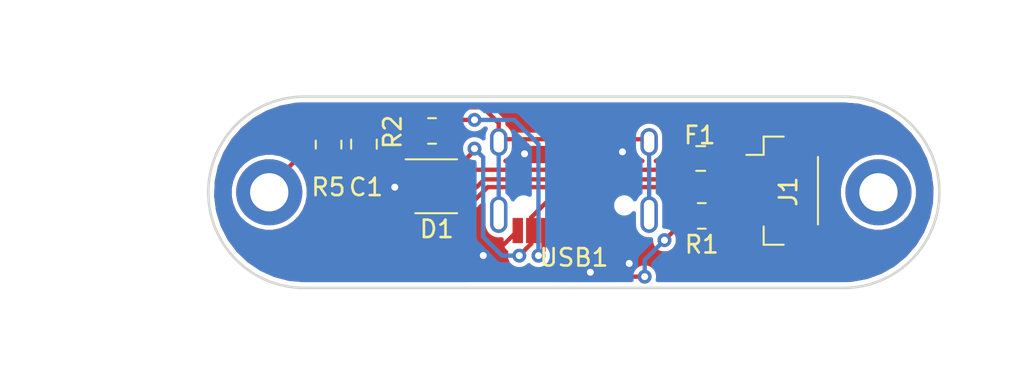
<source format=kicad_pcb>
(kicad_pcb (version 20171130) (host pcbnew 5.1.10-88a1d61d58~90~ubuntu20.04.1)

  (general
    (thickness 1.6)
    (drawings 7)
    (tracks 114)
    (zones 0)
    (modules 10)
    (nets 12)
  )

  (page A4)
  (layers
    (0 F.Cu signal)
    (31 B.Cu signal)
    (32 B.Adhes user)
    (33 F.Adhes user)
    (34 B.Paste user)
    (35 F.Paste user)
    (36 B.SilkS user)
    (37 F.SilkS user)
    (38 B.Mask user)
    (39 F.Mask user)
    (40 Dwgs.User user)
    (41 Cmts.User user)
    (42 Eco1.User user)
    (43 Eco2.User user)
    (44 Edge.Cuts user)
    (45 Margin user)
    (46 B.CrtYd user)
    (47 F.CrtYd user)
    (48 B.Fab user)
    (49 F.Fab user)
  )

  (setup
    (last_trace_width 0.25)
    (trace_clearance 0.2)
    (zone_clearance 0.254)
    (zone_45_only no)
    (trace_min 0.2)
    (via_size 0.8)
    (via_drill 0.4)
    (via_min_size 0.4)
    (via_min_drill 0.3)
    (uvia_size 0.3)
    (uvia_drill 0.1)
    (uvias_allowed no)
    (uvia_min_size 0.2)
    (uvia_min_drill 0.1)
    (edge_width 0.15)
    (segment_width 0.2)
    (pcb_text_width 0.3)
    (pcb_text_size 1.5 1.5)
    (mod_edge_width 0.12)
    (mod_text_size 1 1)
    (mod_text_width 0.15)
    (pad_size 1.524 1.524)
    (pad_drill 0.762)
    (pad_to_mask_clearance 0)
    (aux_axis_origin 0 0)
    (grid_origin 78.987 57.972)
    (visible_elements 7FFFFFFF)
    (pcbplotparams
      (layerselection 0x010fc_ffffffff)
      (usegerberextensions false)
      (usegerberattributes true)
      (usegerberadvancedattributes true)
      (creategerberjobfile true)
      (excludeedgelayer true)
      (linewidth 0.100000)
      (plotframeref false)
      (viasonmask false)
      (mode 1)
      (useauxorigin false)
      (hpglpennumber 1)
      (hpglpenspeed 20)
      (hpglpendiameter 15.000000)
      (psnegative false)
      (psa4output false)
      (plotreference true)
      (plotvalue true)
      (plotinvisibletext false)
      (padsonsilk false)
      (subtractmaskfromsilk false)
      (outputformat 1)
      (mirror false)
      (drillshape 0)
      (scaleselection 1)
      (outputdirectory "../production/single/gerbers/"))
  )

  (net 0 "")
  (net 1 Earth)
  (net 2 VCC)
  (net 3 +5V)
  (net 4 GND)
  (net 5 D+)
  (net 6 D-)
  (net 7 "Net-(R1-Pad2)")
  (net 8 "Net-(R2-Pad2)")
  (net 9 "Net-(USB1-Pad3)")
  (net 10 "Net-(USB1-Pad9)")
  (net 11 "Net-(H1-Pad1)")

  (net_class Default "This is the default net class."
    (clearance 0.2)
    (trace_width 0.25)
    (via_dia 0.8)
    (via_drill 0.4)
    (uvia_dia 0.3)
    (uvia_drill 0.1)
    (add_net +5V)
    (add_net D+)
    (add_net D-)
    (add_net Earth)
    (add_net GND)
    (add_net "Net-(H1-Pad1)")
    (add_net "Net-(R1-Pad2)")
    (add_net "Net-(R2-Pad2)")
    (add_net "Net-(USB1-Pad3)")
    (add_net "Net-(USB1-Pad9)")
    (add_net VCC)
  )

  (module MountingHole:MountingHole_2.2mm_M2_DIN965_Pad (layer F.Cu) (tedit 56D1B4CB) (tstamp 6087AB7B)
    (at 61.487 63.472)
    (descr "Mounting Hole 2.2mm, M2, DIN965")
    (tags "mounting hole 2.2mm m2 din965")
    (path /609395BB)
    (attr virtual)
    (fp_text reference H2 (at 0 -2.9) (layer Cmts.User)
      (effects (font (size 1 1) (thickness 0.15)))
    )
    (fp_text value MountingHole_Pad (at 0 2.9) (layer F.Fab)
      (effects (font (size 1 1) (thickness 0.15)))
    )
    (fp_circle (center 0 0) (end 1.9 0) (layer Cmts.User) (width 0.15))
    (fp_circle (center 0 0) (end 2.15 0) (layer F.CrtYd) (width 0.05))
    (fp_text user %R (at 0.3 0) (layer F.Fab)
      (effects (font (size 1 1) (thickness 0.15)))
    )
    (pad 1 thru_hole circle (at 0 0) (size 3.8 3.8) (drill 2.2) (layers *.Cu *.Mask)
      (net 1 Earth))
  )

  (module MountingHole:MountingHole_2.2mm_M2_DIN965_Pad locked (layer F.Cu) (tedit 56D1B4CB) (tstamp 6087AC21)
    (at 96.487 63.472)
    (descr "Mounting Hole 2.2mm, M2, DIN965")
    (tags "mounting hole 2.2mm m2 din965")
    (path /609382DF)
    (attr virtual)
    (fp_text reference H1 (at 0 -2.9) (layer Cmts.User)
      (effects (font (size 1 1) (thickness 0.15)))
    )
    (fp_text value MountingHole_Pad (at 0 2.9) (layer F.Fab)
      (effects (font (size 1 1) (thickness 0.15)))
    )
    (fp_circle (center 0 0) (end 1.9 0) (layer Cmts.User) (width 0.15))
    (fp_circle (center 0 0) (end 2.15 0) (layer F.CrtYd) (width 0.05))
    (fp_text user %R (at 0.3 0) (layer F.Fab)
      (effects (font (size 1 1) (thickness 0.15)))
    )
    (pad 1 thru_hole circle (at 0 0) (size 3.8 3.8) (drill 2.2) (layers *.Cu *.Mask)
      (net 11 "Net-(H1-Pad1)"))
  )

  (module Connector_JST:JST_SH_BM04B-SRSS-TB_1x04-1MP_P1.00mm_Vertical (layer F.Cu) (tedit 5B78AD87) (tstamp 60879616)
    (at 91.002 63.379 270)
    (descr "JST SH series connector, BM04B-SRSS-TB (http://www.jst-mfg.com/product/pdf/eng/eSH.pdf), generated with kicad-footprint-generator")
    (tags "connector JST SH side entry")
    (path /6089C9F1)
    (attr smd)
    (fp_text reference J1 (at 0.054 -0.304 90) (layer F.SilkS)
      (effects (font (size 1 1) (thickness 0.15)))
    )
    (fp_text value Conn_01x04 (at 0 3.3 90) (layer F.Fab)
      (effects (font (size 1 1) (thickness 0.15)))
    )
    (fp_line (start -3 1) (end 3 1) (layer F.Fab) (width 0.1))
    (fp_line (start -3.11 -0.04) (end -3.11 1.11) (layer F.SilkS) (width 0.12))
    (fp_line (start -3.11 1.11) (end -2.06 1.11) (layer F.SilkS) (width 0.12))
    (fp_line (start -2.06 1.11) (end -2.06 2.1) (layer F.SilkS) (width 0.12))
    (fp_line (start 3.11 -0.04) (end 3.11 1.11) (layer F.SilkS) (width 0.12))
    (fp_line (start 3.11 1.11) (end 2.06 1.11) (layer F.SilkS) (width 0.12))
    (fp_line (start -1.94 -2.01) (end 1.94 -2.01) (layer F.SilkS) (width 0.12))
    (fp_line (start -3 -1.9) (end 3 -1.9) (layer F.Fab) (width 0.1))
    (fp_line (start -3 1) (end -3 -1.9) (layer F.Fab) (width 0.1))
    (fp_line (start 3 1) (end 3 -1.9) (layer F.Fab) (width 0.1))
    (fp_line (start -1.65 -1.55) (end -1.65 -0.95) (layer F.Fab) (width 0.1))
    (fp_line (start -1.65 -0.95) (end -1.35 -0.95) (layer F.Fab) (width 0.1))
    (fp_line (start -1.35 -0.95) (end -1.35 -1.55) (layer F.Fab) (width 0.1))
    (fp_line (start -1.35 -1.55) (end -1.65 -1.55) (layer F.Fab) (width 0.1))
    (fp_line (start -0.65 -1.55) (end -0.65 -0.95) (layer F.Fab) (width 0.1))
    (fp_line (start -0.65 -0.95) (end -0.35 -0.95) (layer F.Fab) (width 0.1))
    (fp_line (start -0.35 -0.95) (end -0.35 -1.55) (layer F.Fab) (width 0.1))
    (fp_line (start -0.35 -1.55) (end -0.65 -1.55) (layer F.Fab) (width 0.1))
    (fp_line (start 0.35 -1.55) (end 0.35 -0.95) (layer F.Fab) (width 0.1))
    (fp_line (start 0.35 -0.95) (end 0.65 -0.95) (layer F.Fab) (width 0.1))
    (fp_line (start 0.65 -0.95) (end 0.65 -1.55) (layer F.Fab) (width 0.1))
    (fp_line (start 0.65 -1.55) (end 0.35 -1.55) (layer F.Fab) (width 0.1))
    (fp_line (start 1.35 -1.55) (end 1.35 -0.95) (layer F.Fab) (width 0.1))
    (fp_line (start 1.35 -0.95) (end 1.65 -0.95) (layer F.Fab) (width 0.1))
    (fp_line (start 1.65 -0.95) (end 1.65 -1.55) (layer F.Fab) (width 0.1))
    (fp_line (start 1.65 -1.55) (end 1.35 -1.55) (layer F.Fab) (width 0.1))
    (fp_line (start -3.9 -2.6) (end -3.9 2.6) (layer F.CrtYd) (width 0.05))
    (fp_line (start -3.9 2.6) (end 3.9 2.6) (layer F.CrtYd) (width 0.05))
    (fp_line (start 3.9 2.6) (end 3.9 -2.6) (layer F.CrtYd) (width 0.05))
    (fp_line (start 3.9 -2.6) (end -3.9 -2.6) (layer F.CrtYd) (width 0.05))
    (fp_line (start -2 1) (end -1.5 0.292893) (layer F.Fab) (width 0.1))
    (fp_line (start -1.5 0.292893) (end -1 1) (layer F.Fab) (width 0.1))
    (fp_text user %R (at 0 -0.25 90) (layer F.Fab)
      (effects (font (size 1 1) (thickness 0.15)))
    )
    (pad MP smd roundrect (at 2.8 -1.2 270) (size 1.2 1.8) (layers F.Cu F.Paste F.Mask) (roundrect_rratio 0.2083325))
    (pad MP smd roundrect (at -2.8 -1.2 270) (size 1.2 1.8) (layers F.Cu F.Paste F.Mask) (roundrect_rratio 0.2083325))
    (pad 4 smd roundrect (at 1.5 1.325 270) (size 0.6 1.55) (layers F.Cu F.Paste F.Mask) (roundrect_rratio 0.25)
      (net 4 GND))
    (pad 3 smd roundrect (at 0.5 1.325 270) (size 0.6 1.55) (layers F.Cu F.Paste F.Mask) (roundrect_rratio 0.25)
      (net 5 D+))
    (pad 2 smd roundrect (at -0.5 1.325 270) (size 0.6 1.55) (layers F.Cu F.Paste F.Mask) (roundrect_rratio 0.25)
      (net 6 D-))
    (pad 1 smd roundrect (at -1.5 1.325 270) (size 0.6 1.55) (layers F.Cu F.Paste F.Mask) (roundrect_rratio 0.25)
      (net 3 +5V))
    (model ${KIPRJMOD}/jst/JST_-_BM04B-SRSS-TBLFSN.step
      (offset (xyz 0 0.5 0))
      (scale (xyz 1 1 1))
      (rotate (xyz 0 0 0))
    )
  )

  (module Capacitor_SMD:C_0805_2012Metric (layer F.Cu) (tedit 5F68FEEE) (tstamp 6087800A)
    (at 66.929 60.706 270)
    (descr "Capacitor SMD 0805 (2012 Metric), square (rectangular) end terminal, IPC_7351 nominal, (Body size source: IPC-SM-782 page 76, https://www.pcb-3d.com/wordpress/wp-content/uploads/ipc-sm-782a_amendment_1_and_2.pdf, https://docs.google.com/spreadsheets/d/1BsfQQcO9C6DZCsRaXUlFlo91Tg2WpOkGARC1WS5S8t0/edit?usp=sharing), generated with kicad-footprint-generator")
    (tags capacitor)
    (path /608743C9)
    (attr smd)
    (fp_text reference C1 (at 2.473 -0.12 180) (layer F.SilkS)
      (effects (font (size 1 1) (thickness 0.15)))
    )
    (fp_text value 4.7n (at 0 1.68 90) (layer F.Fab)
      (effects (font (size 1 1) (thickness 0.15)))
    )
    (fp_line (start -1 0.625) (end -1 -0.625) (layer F.Fab) (width 0.1))
    (fp_line (start -1 -0.625) (end 1 -0.625) (layer F.Fab) (width 0.1))
    (fp_line (start 1 -0.625) (end 1 0.625) (layer F.Fab) (width 0.1))
    (fp_line (start 1 0.625) (end -1 0.625) (layer F.Fab) (width 0.1))
    (fp_line (start -0.261252 -0.735) (end 0.261252 -0.735) (layer F.SilkS) (width 0.12))
    (fp_line (start -0.261252 0.735) (end 0.261252 0.735) (layer F.SilkS) (width 0.12))
    (fp_line (start -1.7 0.98) (end -1.7 -0.98) (layer F.CrtYd) (width 0.05))
    (fp_line (start -1.7 -0.98) (end 1.7 -0.98) (layer F.CrtYd) (width 0.05))
    (fp_line (start 1.7 -0.98) (end 1.7 0.98) (layer F.CrtYd) (width 0.05))
    (fp_line (start 1.7 0.98) (end -1.7 0.98) (layer F.CrtYd) (width 0.05))
    (fp_text user %R (at 0 0 90) (layer F.Fab)
      (effects (font (size 0.5 0.5) (thickness 0.08)))
    )
    (pad 2 smd roundrect (at 0.95 0 270) (size 1 1.45) (layers F.Cu F.Paste F.Mask) (roundrect_rratio 0.25)
      (net 4 GND))
    (pad 1 smd roundrect (at -0.95 0 270) (size 1 1.45) (layers F.Cu F.Paste F.Mask) (roundrect_rratio 0.25)
      (net 1 Earth))
    (model ${KISYS3DMOD}/Capacitor_SMD.3dshapes/C_0805_2012Metric.wrl
      (at (xyz 0 0 0))
      (scale (xyz 1 1 1))
      (rotate (xyz 0 0 0))
    )
  )

  (module Type-C:HRO-TYPE-C-31-M-12-Assembly (layer F.Cu) (tedit 5C42C666) (tstamp 60876C4C)
    (at 78.992 57.979 180)
    (path /608E1765)
    (attr smd)
    (fp_text reference USB1 (at 0 -9.25) (layer F.SilkS)
      (effects (font (size 1 1) (thickness 0.15)))
    )
    (fp_text value HRO-TYPE-C-31-M-12 (at 0 1.15) (layer Dwgs.User)
      (effects (font (size 1 1) (thickness 0.15)))
    )
    (fp_line (start -4.47 -7.3) (end 4.47 -7.3) (layer Dwgs.User) (width 0.15))
    (fp_line (start 4.47 0) (end 4.47 -7.3) (layer Dwgs.User) (width 0.15))
    (fp_line (start -4.47 0) (end -4.47 -7.3) (layer Dwgs.User) (width 0.15))
    (fp_line (start -4.47 0) (end 4.47 0) (layer Dwgs.User) (width 0.15))
    (fp_line (start -4.5 -7.5) (end -3.75 -7.5) (layer F.CrtYd) (width 0.15))
    (fp_line (start 3.75 -7.5) (end 4.5 -7.5) (layer F.CrtYd) (width 0.15))
    (fp_line (start 4.5 -7.5) (end 4.5 0) (layer F.CrtYd) (width 0.15))
    (fp_line (start 4.5 0) (end -4.5 0) (layer F.CrtYd) (width 0.15))
    (fp_line (start -4.5 0) (end -4.5 -7.5) (layer F.CrtYd) (width 0.15))
    (fp_line (start -3.75 -7.5) (end -3.75 -8.5) (layer F.CrtYd) (width 0.15))
    (fp_line (start -3.75 -8.5) (end 3.75 -8.5) (layer F.CrtYd) (width 0.15))
    (fp_line (start 3.75 -8.5) (end 3.75 -7.5) (layer F.CrtYd) (width 0.15))
    (fp_text user %R (at 0 -9.25) (layer F.Fab)
      (effects (font (size 1 1) (thickness 0.15)))
    )
    (pad 12 smd rect (at 3.225 -7.695 180) (size 0.6 1.45) (layers F.Cu F.Paste F.Mask)
      (net 4 GND))
    (pad 1 smd rect (at -3.225 -7.695 180) (size 0.6 1.45) (layers F.Cu F.Paste F.Mask)
      (net 4 GND))
    (pad 11 smd rect (at 2.45 -7.695 180) (size 0.6 1.45) (layers F.Cu F.Paste F.Mask)
      (net 2 VCC))
    (pad 2 smd rect (at -2.45 -7.695 180) (size 0.6 1.45) (layers F.Cu F.Paste F.Mask)
      (net 2 VCC))
    (pad 3 smd rect (at -1.75 -7.695 180) (size 0.3 1.45) (layers F.Cu F.Paste F.Mask)
      (net 9 "Net-(USB1-Pad3)"))
    (pad 10 smd rect (at 1.75 -7.695 180) (size 0.3 1.45) (layers F.Cu F.Paste F.Mask)
      (net 8 "Net-(R2-Pad2)"))
    (pad 4 smd rect (at -1.25 -7.695 180) (size 0.3 1.45) (layers F.Cu F.Paste F.Mask)
      (net 7 "Net-(R1-Pad2)"))
    (pad 9 smd rect (at 1.25 -7.695 180) (size 0.3 1.45) (layers F.Cu F.Paste F.Mask)
      (net 10 "Net-(USB1-Pad9)"))
    (pad 5 smd rect (at -0.75 -7.695 180) (size 0.3 1.45) (layers F.Cu F.Paste F.Mask)
      (net 6 D-))
    (pad 8 smd rect (at 0.75 -7.695 180) (size 0.3 1.45) (layers F.Cu F.Paste F.Mask)
      (net 5 D+))
    (pad 7 smd rect (at 0.25 -7.695 180) (size 0.3 1.45) (layers F.Cu F.Paste F.Mask)
      (net 6 D-))
    (pad 6 smd rect (at -0.25 -7.695 180) (size 0.3 1.45) (layers F.Cu F.Paste F.Mask)
      (net 5 D+))
    (pad "" np_thru_hole circle (at 2.89 -6.25 180) (size 0.65 0.65) (drill 0.65) (layers *.Cu *.Mask))
    (pad "" np_thru_hole circle (at -2.89 -6.25 180) (size 0.65 0.65) (drill 0.65) (layers *.Cu *.Mask))
    (pad 13 thru_hole oval (at -4.32 -6.78 180) (size 1 2.1) (drill oval 0.6 1.7) (layers *.Cu *.Mask)
      (net 1 Earth))
    (pad 13 thru_hole oval (at 4.32 -6.78 180) (size 1 2.1) (drill oval 0.6 1.7) (layers *.Cu *.Mask)
      (net 1 Earth))
    (pad 13 thru_hole oval (at -4.32 -2.6 180) (size 1 1.6) (drill oval 0.6 1.2) (layers *.Cu *.Mask)
      (net 1 Earth))
    (pad 13 thru_hole oval (at 4.32 -2.6 180) (size 1 1.6) (drill oval 0.6 1.2) (layers *.Cu *.Mask)
      (net 1 Earth))
    (model "${KIPRJMOD}/Type-C.pretty/HRO  TYPE-C-31-M-12.step"
      (offset (xyz -4.5 0 0))
      (scale (xyz 1 1 1))
      (rotate (xyz -90 0 0))
    )
  )

  (module Resistor_SMD:R_0805_2012Metric (layer F.Cu) (tedit 5F68FEEE) (tstamp 60876C29)
    (at 64.897 60.7295 270)
    (descr "Resistor SMD 0805 (2012 Metric), square (rectangular) end terminal, IPC_7351 nominal, (Body size source: IPC-SM-782 page 72, https://www.pcb-3d.com/wordpress/wp-content/uploads/ipc-sm-782a_amendment_1_and_2.pdf), generated with kicad-footprint-generator")
    (tags resistor)
    (path /60873B45)
    (attr smd)
    (fp_text reference R5 (at 2.4495 0.007 180) (layer F.SilkS)
      (effects (font (size 1 1) (thickness 0.15)))
    )
    (fp_text value 1M (at 0 1.65 90) (layer F.Fab)
      (effects (font (size 1 1) (thickness 0.15)))
    )
    (fp_line (start -1 0.625) (end -1 -0.625) (layer F.Fab) (width 0.1))
    (fp_line (start -1 -0.625) (end 1 -0.625) (layer F.Fab) (width 0.1))
    (fp_line (start 1 -0.625) (end 1 0.625) (layer F.Fab) (width 0.1))
    (fp_line (start 1 0.625) (end -1 0.625) (layer F.Fab) (width 0.1))
    (fp_line (start -0.227064 -0.735) (end 0.227064 -0.735) (layer F.SilkS) (width 0.12))
    (fp_line (start -0.227064 0.735) (end 0.227064 0.735) (layer F.SilkS) (width 0.12))
    (fp_line (start -1.68 0.95) (end -1.68 -0.95) (layer F.CrtYd) (width 0.05))
    (fp_line (start -1.68 -0.95) (end 1.68 -0.95) (layer F.CrtYd) (width 0.05))
    (fp_line (start 1.68 -0.95) (end 1.68 0.95) (layer F.CrtYd) (width 0.05))
    (fp_line (start 1.68 0.95) (end -1.68 0.95) (layer F.CrtYd) (width 0.05))
    (fp_text user %R (at 0 0 90) (layer F.Fab)
      (effects (font (size 0.5 0.5) (thickness 0.08)))
    )
    (pad 2 smd roundrect (at 0.9125 0 270) (size 1.025 1.4) (layers F.Cu F.Paste F.Mask) (roundrect_rratio 0.2439004878048781)
      (net 4 GND))
    (pad 1 smd roundrect (at -0.9125 0 270) (size 1.025 1.4) (layers F.Cu F.Paste F.Mask) (roundrect_rratio 0.2439004878048781)
      (net 1 Earth))
    (model ${KISYS3DMOD}/Resistor_SMD.3dshapes/R_0805_2012Metric.wrl
      (at (xyz 0 0 0))
      (scale (xyz 1 1 1))
      (rotate (xyz 0 0 0))
    )
  )

  (module Resistor_SMD:R_0805_2012Metric (layer F.Cu) (tedit 5F68FEEE) (tstamp 608C9981)
    (at 70.8425 59.944)
    (descr "Resistor SMD 0805 (2012 Metric), square (rectangular) end terminal, IPC_7351 nominal, (Body size source: IPC-SM-782 page 72, https://www.pcb-3d.com/wordpress/wp-content/uploads/ipc-sm-782a_amendment_1_and_2.pdf), generated with kicad-footprint-generator")
    (tags resistor)
    (path /60883DD0)
    (attr smd)
    (fp_text reference R2 (at -2.2695 0.06 90) (layer F.SilkS)
      (effects (font (size 1 1) (thickness 0.15)))
    )
    (fp_text value 5.1k (at 0 1.65) (layer F.Fab)
      (effects (font (size 1 1) (thickness 0.15)))
    )
    (fp_line (start -1 0.625) (end -1 -0.625) (layer F.Fab) (width 0.1))
    (fp_line (start -1 -0.625) (end 1 -0.625) (layer F.Fab) (width 0.1))
    (fp_line (start 1 -0.625) (end 1 0.625) (layer F.Fab) (width 0.1))
    (fp_line (start 1 0.625) (end -1 0.625) (layer F.Fab) (width 0.1))
    (fp_line (start -0.227064 -0.735) (end 0.227064 -0.735) (layer F.SilkS) (width 0.12))
    (fp_line (start -0.227064 0.735) (end 0.227064 0.735) (layer F.SilkS) (width 0.12))
    (fp_line (start -1.68 0.95) (end -1.68 -0.95) (layer F.CrtYd) (width 0.05))
    (fp_line (start -1.68 -0.95) (end 1.68 -0.95) (layer F.CrtYd) (width 0.05))
    (fp_line (start 1.68 -0.95) (end 1.68 0.95) (layer F.CrtYd) (width 0.05))
    (fp_line (start 1.68 0.95) (end -1.68 0.95) (layer F.CrtYd) (width 0.05))
    (fp_text user %R (at 0 0) (layer F.Fab)
      (effects (font (size 0.5 0.5) (thickness 0.08)))
    )
    (pad 2 smd roundrect (at 0.9125 0) (size 1.025 1.4) (layers F.Cu F.Paste F.Mask) (roundrect_rratio 0.2439004878048781)
      (net 8 "Net-(R2-Pad2)"))
    (pad 1 smd roundrect (at -0.9125 0) (size 1.025 1.4) (layers F.Cu F.Paste F.Mask) (roundrect_rratio 0.2439004878048781)
      (net 4 GND))
    (model ${KISYS3DMOD}/Resistor_SMD.3dshapes/R_0805_2012Metric.wrl
      (at (xyz 0 0 0))
      (scale (xyz 1 1 1))
      (rotate (xyz 0 0 0))
    )
  )

  (module Resistor_SMD:R_0805_2012Metric (layer F.Cu) (tedit 5F68FEEE) (tstamp 6087897A)
    (at 86.3365 64.83 180)
    (descr "Resistor SMD 0805 (2012 Metric), square (rectangular) end terminal, IPC_7351 nominal, (Body size source: IPC-SM-782 page 72, https://www.pcb-3d.com/wordpress/wp-content/uploads/ipc-sm-782a_amendment_1_and_2.pdf), generated with kicad-footprint-generator")
    (tags resistor)
    (path /60883B60)
    (attr smd)
    (fp_text reference R1 (at 0 -1.65) (layer F.SilkS)
      (effects (font (size 1 1) (thickness 0.15)))
    )
    (fp_text value 5.1k (at 0 1.65) (layer F.Fab)
      (effects (font (size 1 1) (thickness 0.15)))
    )
    (fp_line (start -1 0.625) (end -1 -0.625) (layer F.Fab) (width 0.1))
    (fp_line (start -1 -0.625) (end 1 -0.625) (layer F.Fab) (width 0.1))
    (fp_line (start 1 -0.625) (end 1 0.625) (layer F.Fab) (width 0.1))
    (fp_line (start 1 0.625) (end -1 0.625) (layer F.Fab) (width 0.1))
    (fp_line (start -0.227064 -0.735) (end 0.227064 -0.735) (layer F.SilkS) (width 0.12))
    (fp_line (start -0.227064 0.735) (end 0.227064 0.735) (layer F.SilkS) (width 0.12))
    (fp_line (start -1.68 0.95) (end -1.68 -0.95) (layer F.CrtYd) (width 0.05))
    (fp_line (start -1.68 -0.95) (end 1.68 -0.95) (layer F.CrtYd) (width 0.05))
    (fp_line (start 1.68 -0.95) (end 1.68 0.95) (layer F.CrtYd) (width 0.05))
    (fp_line (start 1.68 0.95) (end -1.68 0.95) (layer F.CrtYd) (width 0.05))
    (fp_text user %R (at 0 0) (layer F.Fab)
      (effects (font (size 0.5 0.5) (thickness 0.08)))
    )
    (pad 2 smd roundrect (at 0.9125 0 180) (size 1.025 1.4) (layers F.Cu F.Paste F.Mask) (roundrect_rratio 0.2439004878048781)
      (net 7 "Net-(R1-Pad2)"))
    (pad 1 smd roundrect (at -0.9125 0 180) (size 1.025 1.4) (layers F.Cu F.Paste F.Mask) (roundrect_rratio 0.2439004878048781)
      (net 4 GND))
    (model ${KISYS3DMOD}/Resistor_SMD.3dshapes/R_0805_2012Metric.wrl
      (at (xyz 0 0 0))
      (scale (xyz 1 1 1))
      (rotate (xyz 0 0 0))
    )
  )

  (module Fuse:Fuse_0805_2012Metric (layer F.Cu) (tedit 5F68FEF1) (tstamp 6087715C)
    (at 86.2745 61.528 180)
    (descr "Fuse SMD 0805 (2012 Metric), square (rectangular) end terminal, IPC_7351 nominal, (Body size source: https://docs.google.com/spreadsheets/d/1BsfQQcO9C6DZCsRaXUlFlo91Tg2WpOkGARC1WS5S8t0/edit?usp=sharing), generated with kicad-footprint-generator")
    (tags fuse)
    (path /60889B2F)
    (attr smd)
    (fp_text reference F1 (at 0.0555 1.337) (layer F.SilkS)
      (effects (font (size 1 1) (thickness 0.15)))
    )
    (fp_text value 500mA (at 0 1.65) (layer F.Fab)
      (effects (font (size 1 1) (thickness 0.15)))
    )
    (fp_line (start -1 0.6) (end -1 -0.6) (layer F.Fab) (width 0.1))
    (fp_line (start -1 -0.6) (end 1 -0.6) (layer F.Fab) (width 0.1))
    (fp_line (start 1 -0.6) (end 1 0.6) (layer F.Fab) (width 0.1))
    (fp_line (start 1 0.6) (end -1 0.6) (layer F.Fab) (width 0.1))
    (fp_line (start -0.258578 -0.71) (end 0.258578 -0.71) (layer F.SilkS) (width 0.12))
    (fp_line (start -0.258578 0.71) (end 0.258578 0.71) (layer F.SilkS) (width 0.12))
    (fp_line (start -1.68 0.95) (end -1.68 -0.95) (layer F.CrtYd) (width 0.05))
    (fp_line (start -1.68 -0.95) (end 1.68 -0.95) (layer F.CrtYd) (width 0.05))
    (fp_line (start 1.68 -0.95) (end 1.68 0.95) (layer F.CrtYd) (width 0.05))
    (fp_line (start 1.68 0.95) (end -1.68 0.95) (layer F.CrtYd) (width 0.05))
    (fp_text user %R (at 0 0) (layer F.Fab)
      (effects (font (size 0.5 0.5) (thickness 0.08)))
    )
    (pad 2 smd roundrect (at 0.9375 0 180) (size 0.975 1.4) (layers F.Cu F.Paste F.Mask) (roundrect_rratio 0.25)
      (net 2 VCC))
    (pad 1 smd roundrect (at -0.9375 0 180) (size 0.975 1.4) (layers F.Cu F.Paste F.Mask) (roundrect_rratio 0.25)
      (net 3 +5V))
    (model ${KISYS3DMOD}/Fuse.3dshapes/Fuse_0805_2012Metric.wrl
      (at (xyz 0 0 0))
      (scale (xyz 1 1 1))
      (rotate (xyz 0 0 0))
    )
  )

  (module Package_TO_SOT_SMD:SOT-143 (layer F.Cu) (tedit 5A02FF57) (tstamp 60876B98)
    (at 71.077 63.127)
    (descr SOT-143)
    (tags SOT-143)
    (path /608A40F6)
    (attr smd)
    (fp_text reference D1 (at 0.036 2.465) (layer F.SilkS)
      (effects (font (size 1 1) (thickness 0.15)))
    )
    (fp_text value PRTR5V0U2X (at -0.28 2.48) (layer F.Fab)
      (effects (font (size 1 1) (thickness 0.15)))
    )
    (fp_line (start -1.2 1.55) (end 1.2 1.55) (layer F.SilkS) (width 0.12))
    (fp_line (start 1.2 -1.55) (end -1.75 -1.55) (layer F.SilkS) (width 0.12))
    (fp_line (start -1.2 -1) (end -0.7 -1.5) (layer F.Fab) (width 0.1))
    (fp_line (start -0.7 -1.5) (end 1.2 -1.5) (layer F.Fab) (width 0.1))
    (fp_line (start -1.2 1.5) (end -1.2 -1) (layer F.Fab) (width 0.1))
    (fp_line (start 1.2 1.5) (end -1.2 1.5) (layer F.Fab) (width 0.1))
    (fp_line (start 1.2 -1.5) (end 1.2 1.5) (layer F.Fab) (width 0.1))
    (fp_line (start 2.05 -1.75) (end 2.05 1.75) (layer F.CrtYd) (width 0.05))
    (fp_line (start 2.05 -1.75) (end -2.05 -1.75) (layer F.CrtYd) (width 0.05))
    (fp_line (start -2.05 1.75) (end 2.05 1.75) (layer F.CrtYd) (width 0.05))
    (fp_line (start -2.05 1.75) (end -2.05 -1.75) (layer F.CrtYd) (width 0.05))
    (fp_text user %R (at 0 0 90) (layer F.Fab)
      (effects (font (size 0.5 0.5) (thickness 0.075)))
    )
    (pad 4 smd rect (at 1.1 -0.95 270) (size 1 1.4) (layers F.Cu F.Paste F.Mask)
      (net 2 VCC))
    (pad 3 smd rect (at 1.1 0.95 270) (size 1 1.4) (layers F.Cu F.Paste F.Mask)
      (net 5 D+))
    (pad 2 smd rect (at -1.1 0.95 270) (size 1 1.4) (layers F.Cu F.Paste F.Mask)
      (net 6 D-))
    (pad 1 smd rect (at -1.1 -0.77 270) (size 1.2 1.4) (layers F.Cu F.Paste F.Mask)
      (net 4 GND))
    (model ${KISYS3DMOD}/Package_TO_SOT_SMD.3dshapes/SOT-143.wrl
      (at (xyz 0 0 0))
      (scale (xyz 1 1 1))
      (rotate (xyz 0 0 0))
    )
  )

  (gr_line (start 78.987 68.972) (end 94.487 68.972) (layer Edge.Cuts) (width 0.15))
  (dimension 11 (width 0.15) (layer Dwgs.User)
    (gr_text "11.000 mm" (at 49.687 63.472 90) (layer Dwgs.User)
      (effects (font (size 1 1) (thickness 0.15)))
    )
    (feature1 (pts (xy 63.487 57.972) (xy 50.400579 57.972)))
    (feature2 (pts (xy 63.487 68.972) (xy 50.400579 68.972)))
    (crossbar (pts (xy 50.987 68.972) (xy 50.987 57.972)))
    (arrow1a (pts (xy 50.987 57.972) (xy 51.573421 59.098504)))
    (arrow1b (pts (xy 50.987 57.972) (xy 50.400579 59.098504)))
    (arrow2a (pts (xy 50.987 68.972) (xy 51.573421 67.845496)))
    (arrow2b (pts (xy 50.987 68.972) (xy 50.400579 67.845496)))
  )
  (gr_arc (start 63.487 63.472) (end 63.487 57.972) (angle -180) (layer Edge.Cuts) (width 0.15))
  (gr_line (start 78.987 68.972) (end 63.487 68.972) (layer Edge.Cuts) (width 0.15))
  (gr_line (start 78.987 57.972) (end 63.487 57.972) (layer Edge.Cuts) (width 0.15))
  (gr_arc (start 94.487 63.472) (end 94.487 68.972) (angle -180) (layer Edge.Cuts) (width 0.15))
  (gr_line (start 78.987 57.972) (end 94.487 57.972) (layer Edge.Cuts) (width 0.15))

  (segment (start 74.672 64.759) (end 74.672 60.579) (width 0.25) (layer B.Cu) (net 1))
  (segment (start 83.312 60.579) (end 83.312 64.759) (width 0.25) (layer B.Cu) (net 1))
  (segment (start 66.868 59.817) (end 66.929 59.756) (width 0.25) (layer F.Cu) (net 1))
  (segment (start 64.897 59.817) (end 66.868 59.817) (width 0.25) (layer F.Cu) (net 1))
  (segment (start 64.823 59.817) (end 64.897 59.817) (width 0.25) (layer F.Cu) (net 1))
  (segment (start 61.487 63.153) (end 64.823 59.817) (width 0.25) (layer F.Cu) (net 1))
  (segment (start 61.487 63.472) (end 61.487 63.153) (width 0.25) (layer F.Cu) (net 1))
  (segment (start 66.929 59.756) (end 68.101001 58.583999) (width 0.25) (layer F.Cu) (net 1))
  (segment (start 74.672 59.499) (end 73.756999 58.583999) (width 0.25) (layer F.Cu) (net 1))
  (segment (start 74.672 60.579) (end 74.672 59.499) (width 0.25) (layer F.Cu) (net 1))
  (segment (start 68.101001 58.583999) (end 73.756999 58.583999) (width 0.25) (layer F.Cu) (net 1))
  (segment (start 83.154999 60.421999) (end 83.312 60.579) (width 0.25) (layer F.Cu) (net 1))
  (segment (start 74.829001 60.421999) (end 83.154999 60.421999) (width 0.25) (layer F.Cu) (net 1))
  (segment (start 74.672 60.579) (end 74.829001 60.421999) (width 0.25) (layer F.Cu) (net 1))
  (segment (start 81.442 64.913998) (end 81.442 65.674) (width 0.25) (layer F.Cu) (net 2))
  (segment (start 80.466992 63.93899) (end 81.442 64.913998) (width 0.25) (layer F.Cu) (net 2))
  (segment (start 77.517008 63.93899) (end 80.466992 63.93899) (width 0.25) (layer F.Cu) (net 2))
  (segment (start 76.542 64.913998) (end 77.517008 63.93899) (width 0.25) (layer F.Cu) (net 2))
  (segment (start 76.542 65.674) (end 76.542 64.913998) (width 0.25) (layer F.Cu) (net 2))
  (segment (start 73.279 61.075) (end 72.177 62.177) (width 0.25) (layer F.Cu) (net 2))
  (segment (start 73.279 60.96) (end 73.279 61.075) (width 0.25) (layer F.Cu) (net 2))
  (via (at 73.279 60.96) (size 0.8) (drill 0.4) (layers F.Cu B.Cu) (net 2))
  (via (at 75.853014 67.116004) (size 0.8) (drill 0.4) (layers F.Cu B.Cu) (net 2))
  (segment (start 76.542 66.427018) (end 76.253013 66.716005) (width 0.25) (layer F.Cu) (net 2))
  (segment (start 76.253013 66.716005) (end 75.853014 67.116004) (width 0.25) (layer F.Cu) (net 2))
  (segment (start 76.542 65.674) (end 76.542 66.427018) (width 0.25) (layer F.Cu) (net 2))
  (segment (start 74.865319 67.116004) (end 75.853014 67.116004) (width 0.25) (layer B.Cu) (net 2))
  (segment (start 73.78 61.461) (end 73.78 66.030685) (width 0.25) (layer B.Cu) (net 2))
  (segment (start 73.78 66.030685) (end 74.865319 67.116004) (width 0.25) (layer B.Cu) (net 2))
  (segment (start 73.279 60.96) (end 73.78 61.461) (width 0.25) (layer B.Cu) (net 2))
  (segment (start 84.688 62.177) (end 85.337 61.528) (width 0.25) (layer F.Cu) (net 2))
  (segment (start 72.177 62.177) (end 84.688 62.177) (width 0.25) (layer F.Cu) (net 2))
  (segment (start 87.563 61.879) (end 87.212 61.528) (width 0.25) (layer F.Cu) (net 3))
  (segment (start 89.677 61.879) (end 87.563 61.879) (width 0.25) (layer F.Cu) (net 3))
  (via (at 76.156217 61.259944) (size 0.8) (drill 0.4) (layers F.Cu B.Cu) (net 4) (tstamp 61DF971C))
  (segment (start 82.169 65.722) (end 82.217 65.674) (width 0.25) (layer F.Cu) (net 4))
  (segment (start 82.169 67.564) (end 82.169 65.722) (width 0.25) (layer F.Cu) (net 4))
  (via (at 82.169 67.564) (size 0.8) (drill 0.4) (layers F.Cu B.Cu) (net 4))
  (segment (start 81.661 68.072) (end 79.936 68.072) (width 0.25) (layer B.Cu) (net 4))
  (segment (start 82.169 67.564) (end 81.661 68.072) (width 0.25) (layer B.Cu) (net 4))
  (segment (start 74.330365 67.110635) (end 73.785365 67.110635) (width 0.25) (layer F.Cu) (net 4))
  (segment (start 74.74673 68.072) (end 73.785365 67.110635) (width 0.25) (layer B.Cu) (net 4))
  (via (at 73.785365 67.110635) (size 0.8) (drill 0.4) (layers F.Cu B.Cu) (net 4))
  (segment (start 75.767 65.674) (end 74.330365 67.110635) (width 0.25) (layer F.Cu) (net 4))
  (segment (start 69.262 61.642) (end 69.977 62.357) (width 0.25) (layer F.Cu) (net 4))
  (segment (start 64.897 61.642) (end 69.262 61.642) (width 0.25) (layer F.Cu) (net 4))
  (segment (start 69.93 60.974) (end 69.262 61.642) (width 0.25) (layer F.Cu) (net 4))
  (segment (start 69.93 59.944) (end 69.93 60.974) (width 0.25) (layer F.Cu) (net 4))
  (via (at 68.7 63.179) (size 0.8) (drill 0.4) (layers F.Cu B.Cu) (net 4))
  (segment (start 72.631635 67.110635) (end 68.7 63.179) (width 0.25) (layer B.Cu) (net 4))
  (segment (start 73.785365 67.110635) (end 72.631635 67.110635) (width 0.25) (layer B.Cu) (net 4))
  (segment (start 69.155 63.179) (end 69.977 62.357) (width 0.25) (layer F.Cu) (net 4))
  (segment (start 68.7 63.179) (end 69.155 63.179) (width 0.25) (layer F.Cu) (net 4))
  (segment (start 79.936 68.072) (end 74.74673 68.072) (width 0.25) (layer B.Cu) (net 4) (tstamp 61DF96CB))
  (via (at 79.936 68.072) (size 0.8) (drill 0.4) (layers F.Cu B.Cu) (net 4))
  (via (at 81.781 61.147) (size 0.8) (drill 0.4) (layers F.Cu B.Cu) (net 4))
  (segment (start 87.298 64.879) (end 87.249 64.83) (width 0.25) (layer F.Cu) (net 4))
  (segment (start 89.677 64.879) (end 87.298 64.879) (width 0.25) (layer F.Cu) (net 4))
  (segment (start 89.677 65.39) (end 89.677 64.879) (width 0.25) (layer F.Cu) (net 4))
  (segment (start 88.078 66.989) (end 89.677 65.39) (width 0.25) (layer F.Cu) (net 4))
  (segment (start 82.744 66.989) (end 88.078 66.989) (width 0.25) (layer F.Cu) (net 4))
  (segment (start 82.169 67.564) (end 82.744 66.989) (width 0.25) (layer F.Cu) (net 4))
  (segment (start 78.242 64.713998) (end 78.566998 64.389) (width 0.25) (layer F.Cu) (net 5))
  (segment (start 78.242 65.674) (end 78.242 64.713998) (width 0.25) (layer F.Cu) (net 5))
  (segment (start 79.242 64.713998) (end 79.242 65.674) (width 0.25) (layer F.Cu) (net 5))
  (segment (start 78.917002 64.389) (end 79.242 64.713998) (width 0.25) (layer F.Cu) (net 5))
  (segment (start 78.566998 64.389) (end 78.917002 64.389) (width 0.25) (layer F.Cu) (net 5))
  (segment (start 78.242 65.674) (end 78.242 67.029004) (width 0.25) (layer F.Cu) (net 5))
  (segment (start 78.242 67.029004) (end 77.266004 68.005) (width 0.25) (layer F.Cu) (net 5))
  (segment (start 72.177 66.52759) (end 72.177 64.077) (width 0.25) (layer F.Cu) (net 5))
  (segment (start 73.65441 68.005) (end 72.177 66.52759) (width 0.25) (layer F.Cu) (net 5))
  (segment (start 77.266004 68.005) (end 73.65441 68.005) (width 0.25) (layer F.Cu) (net 5))
  (segment (start 89.675 63.881) (end 89.677 63.879) (width 0.25) (layer F.Cu) (net 5))
  (segment (start 88.7675 63.879) (end 89.677 63.879) (width 0.25) (layer F.Cu) (net 5))
  (segment (start 88.0675 63.179) (end 88.7675 63.879) (width 0.25) (layer F.Cu) (net 5))
  (segment (start 74.034 63.179) (end 88.0675 63.179) (width 0.25) (layer F.Cu) (net 5))
  (segment (start 73.145 64.068) (end 74.034 63.179) (width 0.25) (layer F.Cu) (net 5))
  (segment (start 72.186 64.068) (end 73.145 64.068) (width 0.25) (layer F.Cu) (net 5))
  (segment (start 72.177 64.077) (end 72.186 64.068) (width 0.25) (layer F.Cu) (net 5))
  (segment (start 78.742 66.634002) (end 79.036998 66.929) (width 0.25) (layer F.Cu) (net 6))
  (segment (start 78.742 65.674) (end 78.742 66.634002) (width 0.25) (layer F.Cu) (net 6))
  (segment (start 79.742 66.634002) (end 79.742 65.674) (width 0.25) (layer F.Cu) (net 6))
  (segment (start 79.447002 66.929) (end 79.742 66.634002) (width 0.25) (layer F.Cu) (net 6))
  (segment (start 79.036998 66.929) (end 79.447002 66.929) (width 0.25) (layer F.Cu) (net 6))
  (segment (start 69.977 64.964) (end 69.977 64.077) (width 0.25) (layer F.Cu) (net 6))
  (segment (start 77.452404 68.455011) (end 73.468011 68.455011) (width 0.25) (layer F.Cu) (net 6))
  (segment (start 78.742 67.165415) (end 77.452404 68.455011) (width 0.25) (layer F.Cu) (net 6))
  (segment (start 73.468011 68.455011) (end 69.977 64.964) (width 0.25) (layer F.Cu) (net 6))
  (segment (start 78.742 66.634002) (end 78.742 67.165415) (width 0.25) (layer F.Cu) (net 6))
  (segment (start 89.52699 62.72899) (end 89.677 62.879) (width 0.25) (layer F.Cu) (net 6))
  (segment (start 73.8476 62.72899) (end 89.52699 62.72899) (width 0.25) (layer F.Cu) (net 6))
  (segment (start 73.39759 63.179) (end 73.8476 62.72899) (width 0.25) (layer F.Cu) (net 6))
  (segment (start 71.075 63.179) (end 73.39759 63.179) (width 0.25) (layer F.Cu) (net 6))
  (segment (start 70.177 64.077) (end 71.075 63.179) (width 0.25) (layer F.Cu) (net 6))
  (segment (start 69.977 64.077) (end 70.177 64.077) (width 0.25) (layer F.Cu) (net 6))
  (segment (start 80.242 66.710002) (end 81.857998 68.326) (width 0.25) (layer F.Cu) (net 7))
  (segment (start 80.242 65.674) (end 80.242 66.710002) (width 0.25) (layer F.Cu) (net 7))
  (segment (start 81.857998 68.326) (end 83.058 68.326) (width 0.25) (layer F.Cu) (net 7))
  (via (at 83.058 68.326) (size 0.8) (drill 0.4) (layers F.Cu B.Cu) (net 7))
  (via (at 84.194 66.227) (size 0.8) (drill 0.4) (layers F.Cu B.Cu) (net 7))
  (segment (start 83.058 68.326) (end 83.058 67.363) (width 0.25) (layer B.Cu) (net 7))
  (segment (start 83.058 67.363) (end 84.194 66.227) (width 0.25) (layer B.Cu) (net 7))
  (segment (start 84.254 66.167) (end 84.194 66.227) (width 0.25) (layer F.Cu) (net 7))
  (segment (start 85.424 64.997) (end 84.194 66.227) (width 0.25) (layer F.Cu) (net 7))
  (segment (start 85.424 64.83) (end 85.424 64.997) (width 0.25) (layer F.Cu) (net 7))
  (segment (start 77.242 66.829002) (end 76.955 67.116002) (width 0.25) (layer F.Cu) (net 8))
  (via (at 76.955 67.116002) (size 0.8) (drill 0.4) (layers F.Cu B.Cu) (net 8))
  (segment (start 77.242 65.674) (end 77.242 66.829002) (width 0.25) (layer F.Cu) (net 8))
  (via (at 73.279 59.309) (size 0.8) (drill 0.4) (layers F.Cu B.Cu) (net 8))
  (segment (start 76.955 60.699) (end 76.955 67.116002) (width 0.25) (layer B.Cu) (net 8))
  (segment (start 72.39 59.309) (end 71.755 59.944) (width 0.25) (layer F.Cu) (net 8))
  (segment (start 73.279 59.309) (end 72.39 59.309) (width 0.25) (layer F.Cu) (net 8))
  (segment (start 75.565 59.309) (end 76.955 60.699) (width 0.25) (layer B.Cu) (net 8))
  (segment (start 73.279 59.309) (end 75.565 59.309) (width 0.25) (layer B.Cu) (net 8))

  (zone (net 4) (net_name GND) (layer F.Cu) (tstamp 61DF97E1) (hatch edge 0.508)
    (connect_pads (clearance 0.254))
    (min_thickness 0.254)
    (fill yes (arc_segments 32) (thermal_gap 0.508) (thermal_bridge_width 0.508))
    (polygon
      (pts
        (xy 103.367 72.912) (xy 52.367 72.912) (xy 52.367 52.412) (xy 103.367 52.412)
      )
    )
    (filled_polygon
      (pts
        (xy 81.332406 68.516) (xy 78.107006 68.516) (xy 79.08222 67.540787) (xy 79.101527 67.524942) (xy 79.164759 67.447894)
        (xy 79.171651 67.435) (xy 79.422156 67.435) (xy 79.447002 67.437447) (xy 79.471848 67.435) (xy 79.471856 67.435)
        (xy 79.546195 67.427678) (xy 79.641577 67.398745) (xy 79.729481 67.351759) (xy 79.806529 67.288527) (xy 79.822378 67.269215)
        (xy 79.954 67.137593)
      )
    )
    (filled_polygon
      (pts
        (xy 67.096252 58.873157) (xy 66.454 58.873157) (xy 66.330538 58.885317) (xy 66.211821 58.921329) (xy 66.102411 58.97981)
        (xy 66.006512 59.058512) (xy 65.92781 59.154411) (xy 65.887538 59.229754) (xy 65.87319 59.20291) (xy 65.794488 59.107012)
        (xy 65.69859 59.02831) (xy 65.58918 58.969829) (xy 65.470463 58.933817) (xy 65.347002 58.921657) (xy 64.446998 58.921657)
        (xy 64.323537 58.933817) (xy 64.20482 58.969829) (xy 64.09541 59.02831) (xy 63.999512 59.107012) (xy 63.92081 59.20291)
        (xy 63.862329 59.31232) (xy 63.826317 59.431037) (xy 63.814157 59.554498) (xy 63.814157 60.079502) (xy 63.816914 60.107494)
        (xy 62.501235 61.423173) (xy 62.152343 61.278657) (xy 61.711659 61.191) (xy 61.262341 61.191) (xy 60.821657 61.278657)
        (xy 60.406541 61.450604) (xy 60.032947 61.700231) (xy 59.715231 62.017947) (xy 59.465604 62.391541) (xy 59.293657 62.806657)
        (xy 59.206 63.247341) (xy 59.206 63.696659) (xy 59.293657 64.137343) (xy 59.465604 64.552459) (xy 59.715231 64.926053)
        (xy 60.032947 65.243769) (xy 60.406541 65.493396) (xy 60.821657 65.665343) (xy 61.262341 65.753) (xy 61.711659 65.753)
        (xy 62.152343 65.665343) (xy 62.567459 65.493396) (xy 62.941053 65.243769) (xy 63.258769 64.926053) (xy 63.508396 64.552459)
        (xy 63.680343 64.137343) (xy 63.768 63.696659) (xy 63.768 63.247341) (xy 63.680343 62.806657) (xy 63.508396 62.391541)
        (xy 63.290362 62.065229) (xy 63.58659 61.769002) (xy 63.720748 61.769002) (xy 63.562 61.92775) (xy 63.558928 62.1545)
        (xy 63.571188 62.278982) (xy 63.607498 62.39868) (xy 63.666463 62.508994) (xy 63.745815 62.605685) (xy 63.842506 62.685037)
        (xy 63.95282 62.744002) (xy 64.072518 62.780312) (xy 64.197 62.792572) (xy 64.61125 62.7895) (xy 64.77 62.63075)
        (xy 64.77 61.769) (xy 65.024 61.769) (xy 65.024 62.63075) (xy 65.18275 62.7895) (xy 65.597 62.792572)
        (xy 65.721482 62.780312) (xy 65.84118 62.744002) (xy 65.899097 62.713044) (xy 65.95982 62.745502) (xy 66.079518 62.781812)
        (xy 66.204 62.794072) (xy 66.64325 62.791) (xy 66.802 62.63225) (xy 66.802 61.783) (xy 67.056 61.783)
        (xy 67.056 62.63225) (xy 67.21475 62.791) (xy 67.654 62.794072) (xy 67.778482 62.781812) (xy 67.89818 62.745502)
        (xy 68.008494 62.686537) (xy 68.105185 62.607185) (xy 68.184537 62.510494) (xy 68.243502 62.40018) (xy 68.279812 62.280482)
        (xy 68.292072 62.156) (xy 68.289 61.94175) (xy 68.13025 61.783) (xy 67.056 61.783) (xy 66.802 61.783)
        (xy 66.08725 61.783) (xy 66.07325 61.769) (xy 65.024 61.769) (xy 64.77 61.769) (xy 64.75 61.769)
        (xy 64.75 61.757) (xy 68.638928 61.757) (xy 68.642 62.07125) (xy 68.80075 62.23) (xy 69.85 62.23)
        (xy 69.85 61.28075) (xy 69.74625 61.177) (xy 69.803 61.12025) (xy 69.803 60.071) (xy 68.94125 60.071)
        (xy 68.7825 60.22975) (xy 68.779428 60.644) (xy 68.791688 60.768482) (xy 68.827998 60.88818) (xy 68.886963 60.998494)
        (xy 68.966315 61.095185) (xy 69.048597 61.162712) (xy 69.03282 61.167498) (xy 68.922506 61.226463) (xy 68.825815 61.305815)
        (xy 68.746463 61.402506) (xy 68.687498 61.51282) (xy 68.651188 61.632518) (xy 68.638928 61.757) (xy 64.75 61.757)
        (xy 64.75 61.515) (xy 64.77 61.515) (xy 64.77 61.495) (xy 65.024 61.495) (xy 65.024 61.515)
        (xy 65.71375 61.515) (xy 65.72775 61.529) (xy 66.802 61.529) (xy 66.802 61.509) (xy 67.056 61.509)
        (xy 67.056 61.529) (xy 68.13025 61.529) (xy 68.289 61.37025) (xy 68.292072 61.156) (xy 68.279812 61.031518)
        (xy 68.243502 60.91182) (xy 68.184537 60.801506) (xy 68.105185 60.704815) (xy 68.008494 60.625463) (xy 67.89818 60.566498)
        (xy 67.778482 60.530188) (xy 67.76022 60.528389) (xy 67.851488 60.453488) (xy 67.93019 60.357589) (xy 67.988671 60.248179)
        (xy 68.024683 60.129462) (xy 68.036843 60.006) (xy 68.036843 59.506) (xy 68.024683 59.382538) (xy 68.02314 59.377452)
        (xy 68.310593 59.089999) (xy 68.800642 59.089999) (xy 68.791688 59.119518) (xy 68.779428 59.244) (xy 68.7825 59.65825)
        (xy 68.94125 59.817) (xy 69.803 59.817) (xy 69.803 59.797) (xy 70.057 59.797) (xy 70.057 59.817)
        (xy 70.077 59.817) (xy 70.077 60.071) (xy 70.057 60.071) (xy 70.057 61.12025) (xy 70.16075 61.224)
        (xy 70.104 61.28075) (xy 70.104 62.23) (xy 70.124 62.23) (xy 70.124 62.484) (xy 70.104 62.484)
        (xy 70.104 62.504) (xy 69.85 62.504) (xy 69.85 62.484) (xy 68.80075 62.484) (xy 68.642 62.64275)
        (xy 68.638928 62.957) (xy 68.651188 63.081482) (xy 68.687498 63.20118) (xy 68.746463 63.311494) (xy 68.825815 63.408185)
        (xy 68.909286 63.476687) (xy 68.901513 63.502311) (xy 68.894157 63.577) (xy 68.894157 64.577) (xy 68.901513 64.651689)
        (xy 68.923299 64.723508) (xy 68.958678 64.789696) (xy 69.006289 64.847711) (xy 69.064304 64.895322) (xy 69.130492 64.930701)
        (xy 69.202311 64.952487) (xy 69.277 64.959843) (xy 69.468962 64.959843) (xy 69.468553 64.964) (xy 69.471 64.988846)
        (xy 69.471 64.988853) (xy 69.478322 65.063192) (xy 69.507255 65.158574) (xy 69.554241 65.246479) (xy 69.617473 65.323527)
        (xy 69.636785 65.339376) (xy 72.813408 68.516) (xy 63.506309 68.516) (xy 62.63742 68.442274) (xy 61.812125 68.22807)
        (xy 61.034725 67.877877) (xy 60.327434 67.401701) (xy 59.710493 66.813167) (xy 59.201534 66.129103) (xy 58.815107 65.369055)
        (xy 58.562265 64.554774) (xy 58.450237 63.709526) (xy 58.482223 62.857491) (xy 58.657313 62.023022) (xy 58.970496 61.229993)
        (xy 59.412827 60.501054) (xy 59.97164 59.85708) (xy 60.630978 59.316456) (xy 61.371972 58.894658) (xy 62.173445 58.603737)
        (xy 63.020934 58.450486) (xy 63.49775 58.428) (xy 67.541408 58.428)
      )
    )
    (filled_polygon
      (pts
        (xy 95.336581 58.501726) (xy 96.16188 58.715931) (xy 96.939275 59.066123) (xy 97.646563 59.542296) (xy 98.263505 60.13083)
        (xy 98.772464 60.814895) (xy 99.158893 61.574945) (xy 99.411735 62.389227) (xy 99.523763 63.234474) (xy 99.491777 64.086509)
        (xy 99.316687 64.920978) (xy 99.003503 65.71401) (xy 98.561175 66.442942) (xy 98.00236 67.086921) (xy 97.343022 67.627544)
        (xy 96.60203 68.049341) (xy 95.800559 68.340261) (xy 94.953066 68.493514) (xy 94.47625 68.516) (xy 83.816508 68.516)
        (xy 83.839 68.402922) (xy 83.839 68.249078) (xy 83.808987 68.098191) (xy 83.750113 67.956058) (xy 83.664642 67.828141)
        (xy 83.555859 67.719358) (xy 83.427942 67.633887) (xy 83.285809 67.575013) (xy 83.134922 67.545) (xy 82.981078 67.545)
        (xy 82.830191 67.575013) (xy 82.688058 67.633887) (xy 82.560141 67.719358) (xy 82.459499 67.82) (xy 82.06759 67.82)
        (xy 81.009185 66.761596) (xy 81.017 66.759225) (xy 81.067311 66.774487) (xy 81.142 66.781843) (xy 81.409728 66.781843)
        (xy 81.465815 66.850185) (xy 81.562506 66.929537) (xy 81.67282 66.988502) (xy 81.792518 67.024812) (xy 81.917 67.037072)
        (xy 81.93125 67.034) (xy 82.09 66.87525) (xy 82.09 66.556174) (xy 82.095701 66.545508) (xy 82.117487 66.473689)
        (xy 82.124843 66.399) (xy 82.124843 65.527) (xy 82.344 65.527) (xy 82.344 65.547) (xy 82.364 65.547)
        (xy 82.364 65.801) (xy 82.344 65.801) (xy 82.344 66.87525) (xy 82.50275 67.034) (xy 82.517 67.037072)
        (xy 82.641482 67.024812) (xy 82.76118 66.988502) (xy 82.871494 66.929537) (xy 82.968185 66.850185) (xy 83.047537 66.753494)
        (xy 83.106502 66.64318) (xy 83.142812 66.523482) (xy 83.155072 66.399) (xy 83.153531 66.178654) (xy 83.312 66.194262)
        (xy 83.413 66.184314) (xy 83.413 66.303922) (xy 83.443013 66.454809) (xy 83.501887 66.596942) (xy 83.587358 66.724859)
        (xy 83.696141 66.833642) (xy 83.824058 66.919113) (xy 83.966191 66.977987) (xy 84.117078 67.008) (xy 84.270922 67.008)
        (xy 84.421809 66.977987) (xy 84.563942 66.919113) (xy 84.691859 66.833642) (xy 84.800642 66.724859) (xy 84.886113 66.596942)
        (xy 84.944987 66.454809) (xy 84.975 66.303922) (xy 84.975 66.161591) (xy 85.223749 65.912843) (xy 85.686502 65.912843)
        (xy 85.809963 65.900683) (xy 85.92868 65.864671) (xy 86.03809 65.80619) (xy 86.133064 65.728246) (xy 86.146998 65.77418)
        (xy 86.205963 65.884494) (xy 86.285315 65.981185) (xy 86.382006 66.060537) (xy 86.49232 66.119502) (xy 86.612018 66.155812)
        (xy 86.7365 66.168072) (xy 86.96325 66.165) (xy 87.122 66.00625) (xy 87.122 64.957) (xy 87.376 64.957)
        (xy 87.376 66.00625) (xy 87.53475 66.165) (xy 87.7615 66.168072) (xy 87.885982 66.155812) (xy 88.00568 66.119502)
        (xy 88.115994 66.060537) (xy 88.212685 65.981185) (xy 88.292037 65.884494) (xy 88.3217 65.828999) (xy 90.919157 65.828999)
        (xy 90.919157 66.529001) (xy 90.931317 66.652462) (xy 90.967329 66.771179) (xy 91.02581 66.880589) (xy 91.104512 66.976488)
        (xy 91.200411 67.05519) (xy 91.309821 67.113671) (xy 91.428538 67.149683) (xy 91.551999 67.161843) (xy 92.852001 67.161843)
        (xy 92.975462 67.149683) (xy 93.094179 67.113671) (xy 93.203589 67.05519) (xy 93.299488 66.976488) (xy 93.37819 66.880589)
        (xy 93.436671 66.771179) (xy 93.472683 66.652462) (xy 93.484843 66.529001) (xy 93.484843 65.828999) (xy 93.472683 65.705538)
        (xy 93.436671 65.586821) (xy 93.37819 65.477411) (xy 93.299488 65.381512) (xy 93.203589 65.30281) (xy 93.094179 65.244329)
        (xy 92.975462 65.208317) (xy 92.852001 65.196157) (xy 91.551999 65.196157) (xy 91.428538 65.208317) (xy 91.309821 65.244329)
        (xy 91.200411 65.30281) (xy 91.104512 65.381512) (xy 91.02581 65.477411) (xy 90.967329 65.586821) (xy 90.931317 65.705538)
        (xy 90.919157 65.828999) (xy 88.3217 65.828999) (xy 88.351002 65.77418) (xy 88.387312 65.654482) (xy 88.396253 65.563701)
        (xy 88.450815 65.630185) (xy 88.547506 65.709537) (xy 88.65782 65.768502) (xy 88.777518 65.804812) (xy 88.902 65.817072)
        (xy 89.39125 65.814) (xy 89.55 65.65525) (xy 89.55 65.006) (xy 89.804 65.006) (xy 89.804 65.65525)
        (xy 89.96275 65.814) (xy 90.452 65.817072) (xy 90.576482 65.804812) (xy 90.69618 65.768502) (xy 90.806494 65.709537)
        (xy 90.903185 65.630185) (xy 90.982537 65.533494) (xy 91.041502 65.42318) (xy 91.077812 65.303482) (xy 91.090072 65.179)
        (xy 91.087 65.16475) (xy 90.92825 65.006) (xy 89.804 65.006) (xy 89.55 65.006) (xy 88.42575 65.006)
        (xy 88.35625 65.0755) (xy 88.23775 64.957) (xy 87.376 64.957) (xy 87.122 64.957) (xy 87.102 64.957)
        (xy 87.102 64.703) (xy 87.122 64.703) (xy 87.122 64.683) (xy 87.376 64.683) (xy 87.376 64.703)
        (xy 88.23775 64.703) (xy 88.30725 64.6335) (xy 88.42575 64.752) (xy 89.55 64.752) (xy 89.55 64.732)
        (xy 89.804 64.732) (xy 89.804 64.752) (xy 90.92825 64.752) (xy 91.087 64.59325) (xy 91.090072 64.579)
        (xy 91.077812 64.454518) (xy 91.041502 64.33482) (xy 90.982537 64.224506) (xy 90.903185 64.127815) (xy 90.83095 64.068533)
        (xy 90.834843 64.029) (xy 90.834843 63.729) (xy 90.824605 63.625047) (xy 90.794283 63.52509) (xy 90.745043 63.432968)
        (xy 90.700752 63.379) (xy 90.745043 63.325032) (xy 90.786569 63.247341) (xy 94.206 63.247341) (xy 94.206 63.696659)
        (xy 94.293657 64.137343) (xy 94.465604 64.552459) (xy 94.715231 64.926053) (xy 95.032947 65.243769) (xy 95.406541 65.493396)
        (xy 95.821657 65.665343) (xy 96.262341 65.753) (xy 96.711659 65.753) (xy 97.152343 65.665343) (xy 97.567459 65.493396)
        (xy 97.941053 65.243769) (xy 98.258769 64.926053) (xy 98.508396 64.552459) (xy 98.680343 64.137343) (xy 98.768 63.696659)
        (xy 98.768 63.247341) (xy 98.680343 62.806657) (xy 98.508396 62.391541) (xy 98.258769 62.017947) (xy 97.941053 61.700231)
        (xy 97.567459 61.450604) (xy 97.152343 61.278657) (xy 96.711659 61.191) (xy 96.262341 61.191) (xy 95.821657 61.278657)
        (xy 95.406541 61.450604) (xy 95.032947 61.700231) (xy 94.715231 62.017947) (xy 94.465604 62.391541) (xy 94.293657 62.806657)
        (xy 94.206 63.247341) (xy 90.786569 63.247341) (xy 90.794283 63.23291) (xy 90.824605 63.132953) (xy 90.834843 63.029)
        (xy 90.834843 62.729) (xy 90.824605 62.625047) (xy 90.794283 62.52509) (xy 90.745043 62.432968) (xy 90.700752 62.379)
        (xy 90.745043 62.325032) (xy 90.794283 62.23291) (xy 90.824605 62.132953) (xy 90.834843 62.029) (xy 90.834843 61.729)
        (xy 90.824605 61.625047) (xy 90.794283 61.52509) (xy 90.745043 61.432968) (xy 90.678777 61.352223) (xy 90.598032 61.285957)
        (xy 90.50591 61.236717) (xy 90.405953 61.206395) (xy 90.302 61.196157) (xy 89.052 61.196157) (xy 88.948047 61.206395)
        (xy 88.84809 61.236717) (xy 88.755968 61.285957) (xy 88.675223 61.352223) (xy 88.658172 61.373) (xy 88.082343 61.373)
        (xy 88.082343 61.07175) (xy 88.070303 60.949508) (xy 88.034646 60.831963) (xy 87.976743 60.723634) (xy 87.898818 60.628682)
        (xy 87.803866 60.550757) (xy 87.695537 60.492854) (xy 87.577992 60.457197) (xy 87.45575 60.445157) (xy 86.96825 60.445157)
        (xy 86.846008 60.457197) (xy 86.728463 60.492854) (xy 86.620134 60.550757) (xy 86.525182 60.628682) (xy 86.447257 60.723634)
        (xy 86.389354 60.831963) (xy 86.353697 60.949508) (xy 86.341657 61.07175) (xy 86.341657 61.98425) (xy 86.353697 62.106492)
        (xy 86.389036 62.22299) (xy 86.159964 62.22299) (xy 86.195303 62.106492) (xy 86.207343 61.98425) (xy 86.207343 61.07175)
        (xy 86.195303 60.949508) (xy 86.159646 60.831963) (xy 86.101743 60.723634) (xy 86.023818 60.628682) (xy 85.928866 60.550757)
        (xy 85.820537 60.492854) (xy 85.702992 60.457197) (xy 85.58075 60.445157) (xy 85.09325 60.445157) (xy 84.971008 60.457197)
        (xy 84.853463 60.492854) (xy 84.745134 60.550757) (xy 84.650182 60.628682) (xy 84.572257 60.723634) (xy 84.514354 60.831963)
        (xy 84.478697 60.949508) (xy 84.466657 61.07175) (xy 84.466657 61.671) (xy 83.699183 61.671) (xy 83.803824 61.615068)
        (xy 83.937975 61.504975) (xy 84.048068 61.370825) (xy 84.129875 61.217775) (xy 84.180252 61.051706) (xy 84.193 60.922273)
        (xy 84.193 60.235727) (xy 84.192338 60.228999) (xy 90.919157 60.228999) (xy 90.919157 60.929001) (xy 90.931317 61.052462)
        (xy 90.967329 61.171179) (xy 91.02581 61.280589) (xy 91.104512 61.376488) (xy 91.200411 61.45519) (xy 91.309821 61.513671)
        (xy 91.428538 61.549683) (xy 91.551999 61.561843) (xy 92.852001 61.561843) (xy 92.975462 61.549683) (xy 93.094179 61.513671)
        (xy 93.203589 61.45519) (xy 93.299488 61.376488) (xy 93.37819 61.280589) (xy 93.436671 61.171179) (xy 93.472683 61.052462)
        (xy 93.484843 60.929001) (xy 93.484843 60.228999) (xy 93.472683 60.105538) (xy 93.436671 59.986821) (xy 93.37819 59.877411)
        (xy 93.299488 59.781512) (xy 93.203589 59.70281) (xy 93.094179 59.644329) (xy 92.975462 59.608317) (xy 92.852001 59.596157)
        (xy 91.551999 59.596157) (xy 91.428538 59.608317) (xy 91.309821 59.644329) (xy 91.200411 59.70281) (xy 91.104512 59.781512)
        (xy 91.02581 59.877411) (xy 90.967329 59.986821) (xy 90.931317 60.105538) (xy 90.919157 60.228999) (xy 84.192338 60.228999)
        (xy 84.180252 60.106294) (xy 84.129875 59.940225) (xy 84.048068 59.787175) (xy 83.937975 59.653025) (xy 83.803825 59.542932)
        (xy 83.650775 59.461125) (xy 83.484706 59.410748) (xy 83.312 59.393738) (xy 83.139295 59.410748) (xy 82.973226 59.461125)
        (xy 82.820176 59.542932) (xy 82.686026 59.653025) (xy 82.575933 59.787175) (xy 82.507074 59.915999) (xy 75.476926 59.915999)
        (xy 75.408068 59.787175) (xy 75.297975 59.653025) (xy 75.178 59.554565) (xy 75.178 59.523854) (xy 75.180448 59.499)
        (xy 75.170678 59.399807) (xy 75.141745 59.304425) (xy 75.135334 59.292431) (xy 75.094759 59.216521) (xy 75.031527 59.139473)
        (xy 75.01222 59.123628) (xy 74.316591 58.428) (xy 94.467691 58.428)
      )
    )
    (filled_polygon
      (pts
        (xy 73.791001 64.165727) (xy 73.791 65.352272) (xy 73.803748 65.481705) (xy 73.854125 65.647774) (xy 73.935932 65.800824)
        (xy 74.046025 65.934975) (xy 74.180175 66.045068) (xy 74.333225 66.126875) (xy 74.499294 66.177252) (xy 74.672 66.194262)
        (xy 74.830469 66.178654) (xy 74.828928 66.399) (xy 74.841188 66.523482) (xy 74.877498 66.64318) (xy 74.936463 66.753494)
        (xy 75.015815 66.850185) (xy 75.096428 66.916342) (xy 75.072014 67.039082) (xy 75.072014 67.192926) (xy 75.102027 67.343813)
        (xy 75.160901 67.485946) (xy 75.169623 67.499) (xy 73.864002 67.499) (xy 72.683 66.317999) (xy 72.683 64.959843)
        (xy 72.877 64.959843) (xy 72.951689 64.952487) (xy 73.023508 64.930701) (xy 73.089696 64.895322) (xy 73.147711 64.847711)
        (xy 73.195322 64.789696) (xy 73.230701 64.723508) (xy 73.252487 64.651689) (xy 73.259843 64.577) (xy 73.259843 64.561931)
        (xy 73.339575 64.537745) (xy 73.427479 64.490759) (xy 73.504527 64.427527) (xy 73.520376 64.408215) (xy 73.794075 64.134516)
      )
    )
    (filled_polygon
      (pts
        (xy 75.859157 65.821) (xy 75.64 65.821) (xy 75.64 65.801) (xy 75.62 65.801) (xy 75.62 65.547)
        (xy 75.64 65.547) (xy 75.64 65.527) (xy 75.859157 65.527)
      )
    )
    (filled_polygon
      (pts
        (xy 82.443748 61.051705) (xy 82.494125 61.217774) (xy 82.575932 61.370824) (xy 82.686025 61.504975) (xy 82.820175 61.615068)
        (xy 82.924816 61.671) (xy 75.059183 61.671) (xy 75.163824 61.615068) (xy 75.297975 61.504975) (xy 75.408068 61.370825)
        (xy 75.489875 61.217775) (xy 75.540252 61.051706) (xy 75.552436 60.927999) (xy 82.431564 60.927999)
      )
    )
  )
  (zone (net 4) (net_name GND) (layer B.Cu) (tstamp 61DF97DE) (hatch edge 0.508)
    (connect_pads (clearance 0.254))
    (min_thickness 0.254)
    (fill yes (arc_segments 32) (thermal_gap 0.508) (thermal_bridge_width 0.508))
    (polygon
      (pts
        (xy 104.867 74.912) (xy 53.867 74.912) (xy 53.867 53.912) (xy 104.867 53.912)
      )
    )
    (filled_polygon
      (pts
        (xy 95.336581 58.501726) (xy 96.16188 58.715931) (xy 96.939275 59.066123) (xy 97.646563 59.542296) (xy 98.263505 60.13083)
        (xy 98.772464 60.814895) (xy 99.158893 61.574945) (xy 99.411735 62.389227) (xy 99.523763 63.234474) (xy 99.491777 64.086509)
        (xy 99.316687 64.920978) (xy 99.003503 65.71401) (xy 98.561175 66.442942) (xy 98.00236 67.086921) (xy 97.343022 67.627544)
        (xy 96.60203 68.049341) (xy 95.800559 68.340261) (xy 94.953066 68.493514) (xy 94.47625 68.516) (xy 83.816508 68.516)
        (xy 83.839 68.402922) (xy 83.839 68.249078) (xy 83.808987 68.098191) (xy 83.750113 67.956058) (xy 83.664642 67.828141)
        (xy 83.564 67.727499) (xy 83.564 67.572591) (xy 84.128592 67.008) (xy 84.270922 67.008) (xy 84.421809 66.977987)
        (xy 84.563942 66.919113) (xy 84.691859 66.833642) (xy 84.800642 66.724859) (xy 84.886113 66.596942) (xy 84.944987 66.454809)
        (xy 84.975 66.303922) (xy 84.975 66.150078) (xy 84.944987 65.999191) (xy 84.886113 65.857058) (xy 84.800642 65.729141)
        (xy 84.691859 65.620358) (xy 84.563942 65.534887) (xy 84.421809 65.476013) (xy 84.270922 65.446) (xy 84.183769 65.446)
        (xy 84.193 65.352273) (xy 84.193 64.165727) (xy 84.180252 64.036294) (xy 84.129875 63.870225) (xy 84.048068 63.717175)
        (xy 83.937975 63.583025) (xy 83.818 63.484565) (xy 83.818 63.247341) (xy 94.206 63.247341) (xy 94.206 63.696659)
        (xy 94.293657 64.137343) (xy 94.465604 64.552459) (xy 94.715231 64.926053) (xy 95.032947 65.243769) (xy 95.406541 65.493396)
        (xy 95.821657 65.665343) (xy 96.262341 65.753) (xy 96.711659 65.753) (xy 97.152343 65.665343) (xy 97.567459 65.493396)
        (xy 97.941053 65.243769) (xy 98.258769 64.926053) (xy 98.508396 64.552459) (xy 98.680343 64.137343) (xy 98.768 63.696659)
        (xy 98.768 63.247341) (xy 98.680343 62.806657) (xy 98.508396 62.391541) (xy 98.258769 62.017947) (xy 97.941053 61.700231)
        (xy 97.567459 61.450604) (xy 97.152343 61.278657) (xy 96.711659 61.191) (xy 96.262341 61.191) (xy 95.821657 61.278657)
        (xy 95.406541 61.450604) (xy 95.032947 61.700231) (xy 94.715231 62.017947) (xy 94.465604 62.391541) (xy 94.293657 62.806657)
        (xy 94.206 63.247341) (xy 83.818 63.247341) (xy 83.818 61.603434) (xy 83.937975 61.504975) (xy 84.048068 61.370825)
        (xy 84.129875 61.217775) (xy 84.180252 61.051706) (xy 84.193 60.922273) (xy 84.193 60.235727) (xy 84.180252 60.106294)
        (xy 84.129875 59.940225) (xy 84.048068 59.787175) (xy 83.937975 59.653025) (xy 83.803825 59.542932) (xy 83.650775 59.461125)
        (xy 83.484706 59.410748) (xy 83.312 59.393738) (xy 83.139295 59.410748) (xy 82.973226 59.461125) (xy 82.820176 59.542932)
        (xy 82.686026 59.653025) (xy 82.575933 59.787175) (xy 82.494125 59.940225) (xy 82.443748 60.106294) (xy 82.431 60.235727)
        (xy 82.431 60.922272) (xy 82.443748 61.051705) (xy 82.494125 61.217774) (xy 82.575932 61.370824) (xy 82.686025 61.504975)
        (xy 82.806 61.603435) (xy 82.806001 63.484565) (xy 82.686026 63.583025) (xy 82.575933 63.717175) (xy 82.494126 63.870225)
        (xy 82.493266 63.873059) (xy 82.430386 63.778951) (xy 82.332049 63.680614) (xy 82.216416 63.603351) (xy 82.087933 63.550131)
        (xy 81.951535 63.523) (xy 81.812465 63.523) (xy 81.676067 63.550131) (xy 81.547584 63.603351) (xy 81.431951 63.680614)
        (xy 81.333614 63.778951) (xy 81.256351 63.894584) (xy 81.203131 64.023067) (xy 81.176 64.159465) (xy 81.176 64.298535)
        (xy 81.203131 64.434933) (xy 81.256351 64.563416) (xy 81.333614 64.679049) (xy 81.431951 64.777386) (xy 81.547584 64.854649)
        (xy 81.676067 64.907869) (xy 81.812465 64.935) (xy 81.951535 64.935) (xy 82.087933 64.907869) (xy 82.216416 64.854649)
        (xy 82.332049 64.777386) (xy 82.430386 64.679049) (xy 82.431001 64.678129) (xy 82.431 65.352272) (xy 82.443748 65.481705)
        (xy 82.494125 65.647774) (xy 82.575932 65.800824) (xy 82.686025 65.934975) (xy 82.820175 66.045068) (xy 82.973225 66.126875)
        (xy 83.139294 66.177252) (xy 83.312 66.194262) (xy 83.413 66.184314) (xy 83.413 66.292408) (xy 82.71778 66.987629)
        (xy 82.698474 67.003473) (xy 82.635242 67.080521) (xy 82.616276 67.116004) (xy 82.588255 67.168426) (xy 82.559322 67.263808)
        (xy 82.549553 67.363) (xy 82.552001 67.387856) (xy 82.552001 67.727498) (xy 82.451358 67.828141) (xy 82.365887 67.956058)
        (xy 82.307013 68.098191) (xy 82.277 68.249078) (xy 82.277 68.402922) (xy 82.299492 68.516) (xy 63.506309 68.516)
        (xy 62.63742 68.442274) (xy 61.812125 68.22807) (xy 61.034725 67.877877) (xy 60.327434 67.401701) (xy 59.710493 66.813167)
        (xy 59.201534 66.129103) (xy 58.815107 65.369055) (xy 58.562265 64.554774) (xy 58.450237 63.709526) (xy 58.467587 63.247341)
        (xy 59.206 63.247341) (xy 59.206 63.696659) (xy 59.293657 64.137343) (xy 59.465604 64.552459) (xy 59.715231 64.926053)
        (xy 60.032947 65.243769) (xy 60.406541 65.493396) (xy 60.821657 65.665343) (xy 61.262341 65.753) (xy 61.711659 65.753)
        (xy 62.152343 65.665343) (xy 62.567459 65.493396) (xy 62.941053 65.243769) (xy 63.258769 64.926053) (xy 63.508396 64.552459)
        (xy 63.680343 64.137343) (xy 63.768 63.696659) (xy 63.768 63.247341) (xy 63.680343 62.806657) (xy 63.508396 62.391541)
        (xy 63.258769 62.017947) (xy 62.941053 61.700231) (xy 62.567459 61.450604) (xy 62.152343 61.278657) (xy 61.711659 61.191)
        (xy 61.262341 61.191) (xy 60.821657 61.278657) (xy 60.406541 61.450604) (xy 60.032947 61.700231) (xy 59.715231 62.017947)
        (xy 59.465604 62.391541) (xy 59.293657 62.806657) (xy 59.206 63.247341) (xy 58.467587 63.247341) (xy 58.482223 62.857491)
        (xy 58.657313 62.023022) (xy 58.970496 61.229993) (xy 59.412827 60.501054) (xy 59.97164 59.85708) (xy 60.630978 59.316456)
        (xy 60.779209 59.232078) (xy 72.498 59.232078) (xy 72.498 59.385922) (xy 72.528013 59.536809) (xy 72.586887 59.678942)
        (xy 72.672358 59.806859) (xy 72.781141 59.915642) (xy 72.909058 60.001113) (xy 73.051191 60.059987) (xy 73.202078 60.09)
        (xy 73.355922 60.09) (xy 73.506809 60.059987) (xy 73.648942 60.001113) (xy 73.776859 59.915642) (xy 73.877501 59.815)
        (xy 73.92106 59.815) (xy 73.854125 59.940225) (xy 73.803748 60.106294) (xy 73.791 60.235727) (xy 73.791 60.367499)
        (xy 73.776859 60.353358) (xy 73.648942 60.267887) (xy 73.506809 60.209013) (xy 73.355922 60.179) (xy 73.202078 60.179)
        (xy 73.051191 60.209013) (xy 72.909058 60.267887) (xy 72.781141 60.353358) (xy 72.672358 60.462141) (xy 72.586887 60.590058)
        (xy 72.528013 60.732191) (xy 72.498 60.883078) (xy 72.498 61.036922) (xy 72.528013 61.187809) (xy 72.586887 61.329942)
        (xy 72.672358 61.457859) (xy 72.781141 61.566642) (xy 72.909058 61.652113) (xy 73.051191 61.710987) (xy 73.202078 61.741)
        (xy 73.274 61.741) (xy 73.274001 66.005829) (xy 73.271553 66.030685) (xy 73.281322 66.129877) (xy 73.310255 66.225259)
        (xy 73.310256 66.22526) (xy 73.357242 66.313164) (xy 73.420474 66.390212) (xy 73.43978 66.406056) (xy 74.489947 67.456224)
        (xy 74.505792 67.475531) (xy 74.58284 67.538763) (xy 74.664671 67.582503) (xy 74.670744 67.585749) (xy 74.766126 67.614682)
        (xy 74.865319 67.624452) (xy 74.890173 67.622004) (xy 75.254513 67.622004) (xy 75.355155 67.722646) (xy 75.483072 67.808117)
        (xy 75.625205 67.866991) (xy 75.776092 67.897004) (xy 75.929936 67.897004) (xy 76.080823 67.866991) (xy 76.222956 67.808117)
        (xy 76.350873 67.722646) (xy 76.404008 67.669511) (xy 76.457141 67.722644) (xy 76.585058 67.808115) (xy 76.727191 67.866989)
        (xy 76.878078 67.897002) (xy 77.031922 67.897002) (xy 77.182809 67.866989) (xy 77.324942 67.808115) (xy 77.452859 67.722644)
        (xy 77.561642 67.613861) (xy 77.647113 67.485944) (xy 77.705987 67.343811) (xy 77.736 67.192924) (xy 77.736 67.03908)
        (xy 77.705987 66.888193) (xy 77.647113 66.74606) (xy 77.561642 66.618143) (xy 77.461 66.517501) (xy 77.461 60.723854)
        (xy 77.463448 60.699) (xy 77.453678 60.599807) (xy 77.424745 60.504425) (xy 77.417171 60.490255) (xy 77.377759 60.416521)
        (xy 77.314527 60.339473) (xy 77.29522 60.323628) (xy 75.940376 58.968785) (xy 75.924527 58.949473) (xy 75.847479 58.886241)
        (xy 75.759575 58.839255) (xy 75.664193 58.810322) (xy 75.589854 58.803) (xy 75.589846 58.803) (xy 75.565 58.800553)
        (xy 75.540154 58.803) (xy 73.877501 58.803) (xy 73.776859 58.702358) (xy 73.648942 58.616887) (xy 73.506809 58.558013)
        (xy 73.355922 58.528) (xy 73.202078 58.528) (xy 73.051191 58.558013) (xy 72.909058 58.616887) (xy 72.781141 58.702358)
        (xy 72.672358 58.811141) (xy 72.586887 58.939058) (xy 72.528013 59.081191) (xy 72.498 59.232078) (xy 60.779209 59.232078)
        (xy 61.371972 58.894658) (xy 62.173445 58.603737) (xy 63.020934 58.450486) (xy 63.49775 58.428) (xy 94.467691 58.428)
      )
    )
    (filled_polygon
      (pts
        (xy 76.449 60.908592) (xy 76.449 63.61176) (xy 76.436416 63.603351) (xy 76.307933 63.550131) (xy 76.171535 63.523)
        (xy 76.032465 63.523) (xy 75.896067 63.550131) (xy 75.767584 63.603351) (xy 75.651951 63.680614) (xy 75.553614 63.778951)
        (xy 75.490734 63.873058) (xy 75.489875 63.870225) (xy 75.408068 63.717175) (xy 75.297975 63.583025) (xy 75.178 63.484565)
        (xy 75.178 61.603434) (xy 75.297975 61.504975) (xy 75.408068 61.370825) (xy 75.489875 61.217775) (xy 75.540252 61.051706)
        (xy 75.553 60.922273) (xy 75.553 60.235727) (xy 75.540252 60.106294) (xy 75.493899 59.95349)
      )
    )
  )
)

</source>
